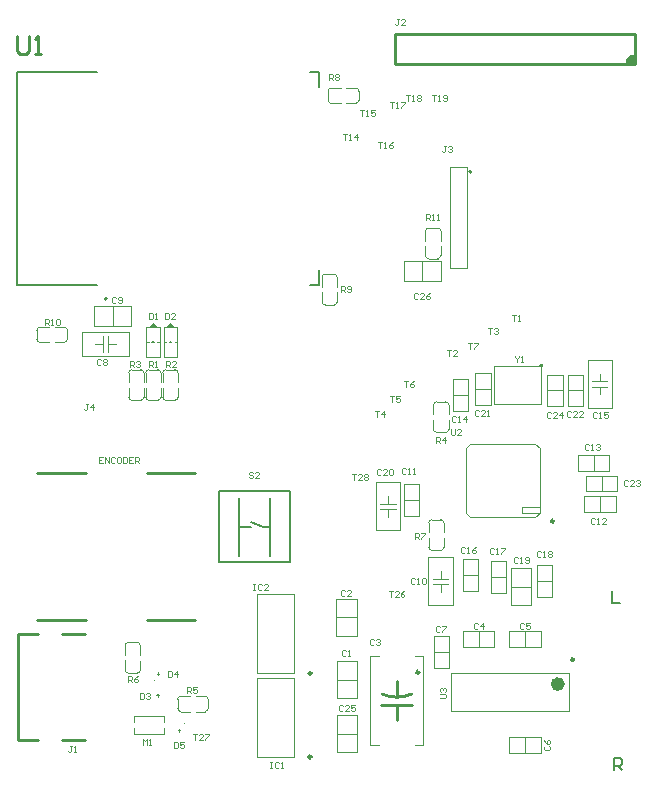
<source format=gbr>
%TF.GenerationSoftware,Altium Limited,Altium Designer,20.1.8 (145)*%
G04 Layer_Color=65535*
%FSLAX45Y45*%
%MOMM*%
%TF.SameCoordinates,75FC8B90-4BF3-40FB-8E76-FB7BBE10E466*%
%TF.FilePolarity,Positive*%
%TF.FileFunction,Legend,Top*%
%TF.Part,Single*%
G01*
G75*
%TA.AperFunction,NonConductor*%
%ADD61C,0.30000*%
%ADD62C,0.10160*%
%ADD63C,0.25000*%
%ADD64C,0.20000*%
%ADD65C,0.60000*%
%ADD66C,0.10000*%
%ADD67C,0.25400*%
%ADD68C,0.20320*%
%ADD69C,0.12700*%
G36*
X1176380Y3814380D02*
X1125580D01*
X1150980Y3839780D01*
X1176380Y3814380D01*
D02*
G37*
G36*
X1174094Y3665790D02*
X1127866D01*
X1150980Y3688904D01*
X1174094Y3665790D01*
D02*
G37*
G36*
X5230001Y6035500D02*
X5153801D01*
X5153799Y6073598D01*
X5191899Y6111698D01*
X5230001Y6111700D01*
Y6035500D01*
D02*
G37*
G36*
X1322330Y3814380D02*
X1271530D01*
X1296930Y3839780D01*
X1322330Y3814380D01*
D02*
G37*
G36*
X1320044Y3665790D02*
X1273816D01*
X1296930Y3688904D01*
X1320044Y3665790D01*
D02*
G37*
D61*
X4437560Y3479059D02*
G03*
X4437560Y3479059I-5000J0D01*
G01*
D62*
X1361930Y3417521D02*
G03*
X1334430Y3445022I-27500J0D01*
G01*
X1259430D02*
G03*
X1231930Y3417521I0J-27500D01*
G01*
X1334430Y3185022D02*
G03*
X1361930Y3212522I-0J27500D01*
G01*
X1231930D02*
G03*
X1259430Y3185022I27500J0D01*
G01*
X942280Y3212521D02*
G03*
X969780Y3185021I27500J0D01*
G01*
X1044780D02*
G03*
X1072280Y3212521I-0J27500D01*
G01*
X969780Y3445021D02*
G03*
X942280Y3417521I0J-27500D01*
G01*
X1072280D02*
G03*
X1044780Y3445021I-27500J0D01*
G01*
X1215980Y3417521D02*
G03*
X1188480Y3445022I-27500J0D01*
G01*
X1113480D02*
G03*
X1085980Y3417521I0J-27500D01*
G01*
X1188480Y3185022D02*
G03*
X1215980Y3212522I-0J27500D01*
G01*
X1085980D02*
G03*
X1113480Y3185022I27500J0D01*
G01*
X3523601Y2940165D02*
G03*
X3551101Y2912665I27500J0D01*
G01*
X3626101D02*
G03*
X3653601Y2940165I-0J27500D01*
G01*
X3551101Y3172665D02*
G03*
X3523601Y3145165I0J-27500D01*
G01*
X3653601D02*
G03*
X3626101Y3172665I-27500J0D01*
G01*
X2710145Y4224957D02*
G03*
X2682645Y4252457I-27500J0D01*
G01*
X2607645D02*
G03*
X2580145Y4224957I0J-27500D01*
G01*
X2682645Y3992457D02*
G03*
X2710145Y4019957I-0J27500D01*
G01*
X2580145D02*
G03*
X2607645Y3992457I27500J0D01*
G01*
X1384900Y679296D02*
G03*
X1357400Y651797I0J-27500D01*
G01*
Y576796D02*
G03*
X1384900Y549297I27500J0D01*
G01*
X1617400Y651797D02*
G03*
X1589900Y679296I-27500J-0D01*
G01*
Y549297D02*
G03*
X1617400Y576796I0J27500D01*
G01*
X912900Y902680D02*
G03*
X940400Y875180I27500J0D01*
G01*
X1015400D02*
G03*
X1042900Y902680I-0J27500D01*
G01*
X940400Y1135180D02*
G03*
X912900Y1107680I0J-27500D01*
G01*
X1042900D02*
G03*
X1015400Y1135180I-27500J0D01*
G01*
X3612961Y2146840D02*
G03*
X3585461Y2174340I-27500J0D01*
G01*
X3510461D02*
G03*
X3482961Y2146840I0J-27500D01*
G01*
X3585461Y1914340D02*
G03*
X3612961Y1941840I-0J27500D01*
G01*
X3482961D02*
G03*
X3510461Y1914340I27500J0D01*
G01*
X2863870Y5698220D02*
G03*
X2891370Y5725720I0J27500D01*
G01*
Y5800720D02*
G03*
X2863870Y5828220I-27500J-0D01*
G01*
X2631370Y5725720D02*
G03*
X2658870Y5698220I27500J0D01*
G01*
Y5828220D02*
G03*
X2631370Y5800720I0J-27500D01*
G01*
X192500Y3804200D02*
G03*
X165000Y3776700I0J-27500D01*
G01*
Y3701700D02*
G03*
X192500Y3674200I27500J0D01*
G01*
X425000Y3776700D02*
G03*
X397500Y3804200I-27500J-0D01*
G01*
Y3674200D02*
G03*
X425000Y3701700I0J27500D01*
G01*
X3585658Y4615960D02*
G03*
X3558158Y4643460I-27500J0D01*
G01*
X3483158D02*
G03*
X3455659Y4615960I0J-27500D01*
G01*
X3558158Y4383460D02*
G03*
X3585658Y4410960I-0J27500D01*
G01*
X3455659D02*
G03*
X3483158Y4383460I27500J0D01*
G01*
X4432560Y3154059D02*
Y3479059D01*
X4032560Y3154059D02*
X4432560D01*
X4032560D02*
Y3479059D01*
X4432560D01*
X4488801Y3400879D02*
X4618801D01*
X4488801Y3135879D02*
Y3400879D01*
Y3135879D02*
X4618801D01*
Y3400879D01*
X4488801Y3268379D02*
X4618801D01*
X5080741Y2413700D02*
Y2543700D01*
X4815741D02*
X5080741D01*
X4815741Y2413700D02*
Y2543700D01*
Y2413700D02*
X5080741D01*
X4948241D02*
Y2543700D01*
X4658981Y3400879D02*
X4788981D01*
X4658981Y3135879D02*
Y3400879D01*
Y3135879D02*
X4788981D01*
Y3400879D01*
X4658981Y3268379D02*
X4788981D01*
X3879201Y3413580D02*
X4009201D01*
X3879201Y3148580D02*
Y3413580D01*
Y3148580D02*
X4009201D01*
Y3413580D01*
X3879201Y3281080D02*
X4009201D01*
X4398001Y1521580D02*
X4528001D01*
Y1786580D01*
X4398001D02*
X4528001D01*
X4398001Y1521580D02*
Y1786580D01*
Y1654080D02*
X4528001D01*
X4009881Y1556660D02*
X4139881D01*
Y1821661D01*
X4009881D02*
X4139881D01*
X4009881Y1556660D02*
Y1821661D01*
Y1689160D02*
X4139881D01*
X3771781Y1573800D02*
X3901781D01*
Y1838800D01*
X3771781D02*
X3901781D01*
X3771781Y1573800D02*
Y1838800D01*
Y1706300D02*
X3901781D01*
X3686161Y3362780D02*
X3816161D01*
X3686161Y3097780D02*
Y3362780D01*
Y3097780D02*
X3816161D01*
Y3362780D01*
X3686161Y3230280D02*
X3816161D01*
X5013281Y2588780D02*
Y2718780D01*
X4748281D02*
X5013281D01*
X4748281Y2588780D02*
Y2718780D01*
Y2588780D02*
X5013281D01*
X4880781D02*
Y2718780D01*
X5066141Y2240210D02*
Y2370210D01*
X4801141D02*
X5066141D01*
X4801141Y2240210D02*
Y2370210D01*
Y2240210D02*
X5066141D01*
X4933641D02*
Y2370210D01*
X3274005Y2208580D02*
X3404005D01*
Y2473581D01*
X3274005D02*
X3404005D01*
X3274005Y2208580D02*
Y2473581D01*
Y2341080D02*
X3404005D01*
X1331930Y3677220D02*
X1355350D01*
X1238510D02*
X1261930D01*
X1271530Y3814380D02*
X1322330D01*
X1271530D02*
X1296930Y3839780D01*
X1322330Y3814380D01*
X1238510Y3801680D02*
X1355350D01*
X1238510Y3552760D02*
Y3801680D01*
X1355350Y3552760D02*
Y3801680D01*
X1238510Y3552760D02*
X1355350D01*
X1185980Y3677220D02*
X1209400D01*
X1092560D02*
X1115980D01*
X1125580Y3814380D02*
X1176380D01*
X1125580D02*
X1150980Y3839780D01*
X1176380Y3814380D01*
X1092560Y3801680D02*
X1209400D01*
X1092560Y3552760D02*
Y3801680D01*
X1209400Y3552760D02*
Y3801680D01*
X1092560Y3552760D02*
X1209400D01*
X1231930Y3338782D02*
Y3417522D01*
X1259430Y3445022D02*
X1334430D01*
X1361930Y3337522D02*
Y3417521D01*
X1231930Y3212522D02*
Y3291262D01*
X1259430Y3185022D02*
X1334430D01*
X1361930Y3212522D02*
Y3292521D01*
X1072280Y3212521D02*
Y3291261D01*
X969780Y3185021D02*
X1044780D01*
X942280Y3212521D02*
Y3292521D01*
X1072280Y3338781D02*
Y3417521D01*
X969780Y3445021D02*
X1044780D01*
X942280Y3337521D02*
Y3417521D01*
X1085980Y3338782D02*
Y3417522D01*
X1113480Y3445022D02*
X1188480D01*
X1215980Y3337522D02*
Y3417521D01*
X1085980Y3212522D02*
Y3291262D01*
X1113480Y3185022D02*
X1188480D01*
X1215980Y3212522D02*
Y3292521D01*
X3653601Y2940165D02*
Y3018905D01*
X3551101Y2912665D02*
X3626101D01*
X3523601Y2940165D02*
Y3020165D01*
X3653601Y3066425D02*
Y3145165D01*
X3551101Y3172665D02*
X3626101D01*
X3523601Y3065165D02*
Y3145165D01*
X4271781Y2278700D02*
X4421781D01*
X4271781Y2228700D02*
Y2278700D01*
Y2228700D02*
X4421781D01*
X3801781Y2778700D02*
X3836781Y2813700D01*
X4386781D02*
X4421781Y2778700D01*
X3801781Y2228700D02*
X3836781Y2193700D01*
X4386781D02*
X4421781Y2228700D01*
X3836781Y2813700D02*
X4386781D01*
X3836781Y2193700D02*
X4386781D01*
X3801781Y2228700D02*
Y2778700D01*
X4421781Y2228700D02*
Y2778700D01*
X4829761Y3120759D02*
Y3525759D01*
X5034761Y3120759D02*
Y3525759D01*
X4829761Y3120759D02*
X5034761D01*
X4829761Y3525759D02*
X5034761D01*
X4867261Y3300759D02*
X4997261D01*
X4932261Y3345759D02*
Y3410759D01*
Y3235759D02*
Y3300759D01*
X4867261Y3345759D02*
X4997261D01*
X2580145Y4146217D02*
Y4224957D01*
X2607645Y4252457D02*
X2682645D01*
X2710145Y4144957D02*
Y4224957D01*
X2580145Y4019957D02*
Y4098697D01*
X2607645Y3992457D02*
X2682645D01*
X2710145Y4019957D02*
Y4099957D01*
X3663800Y4308460D02*
Y5158460D01*
X3803800D01*
Y4308460D02*
Y5158460D01*
X3663800Y4308460D02*
X3803800D01*
X991020Y361293D02*
Y411293D01*
Y361293D02*
X1241020D01*
Y411293D01*
X991020Y461293D02*
Y511293D01*
X1241020D01*
Y461293D02*
Y511293D01*
X3670920Y877082D02*
X4670920D01*
X3670920Y557082D02*
X4670920D01*
Y877082D01*
X3670920Y557082D02*
Y877082D01*
X2031621Y836200D02*
X2341621D01*
X2031621Y166200D02*
X2341621D01*
X2031621D02*
Y836200D01*
X2341621Y166200D02*
Y836200D01*
X2031621Y1543100D02*
X2341621D01*
X2031621Y873100D02*
X2341621D01*
X2031621D02*
Y1543100D01*
X2341621Y873100D02*
Y1543100D01*
X1191260Y699029D02*
X1201420Y686329D01*
X1178560D02*
X1201420D01*
X1178560D02*
X1191260Y699029D01*
Y671089D02*
Y699029D01*
X1181100Y867200D02*
X1191260Y854500D01*
X1181100Y867200D02*
X1203960D01*
X1191260Y854500D02*
X1203960Y867200D01*
X1191260Y854500D02*
Y882440D01*
X1371600Y404033D02*
X1381760Y391333D01*
X1358900D02*
X1381760D01*
X1358900D02*
X1371600Y404033D01*
Y376093D02*
Y404033D01*
X1384900Y549296D02*
X1463640D01*
X1357400Y576796D02*
Y651797D01*
X1384900Y679297D02*
X1464900D01*
X1511160Y549296D02*
X1589900D01*
X1617400Y576796D02*
Y651797D01*
X1509900Y679297D02*
X1589900D01*
X1042900Y902680D02*
Y981420D01*
X940400Y875180D02*
X1015400D01*
X912900Y902680D02*
Y982680D01*
X1042900Y1028940D02*
Y1107680D01*
X940400Y1135180D02*
X1015400D01*
X912900Y1027680D02*
Y1107680D01*
X3482961Y2068101D02*
Y2146841D01*
X3510461Y2174340D02*
X3585461D01*
X3612961Y2066840D02*
Y2146840D01*
X3482961Y1941840D02*
Y2020580D01*
X3510461Y1914340D02*
X3585461D01*
X3612961Y1941840D02*
Y2021840D01*
X2785130Y5828220D02*
X2863870D01*
X2891370Y5725720D02*
Y5800720D01*
X2783870Y5698220D02*
X2863870D01*
X2658870Y5828220D02*
X2737610D01*
X2631370Y5725720D02*
Y5800720D01*
X2658870Y5698220D02*
X2738870D01*
X192500Y3674200D02*
X271240D01*
X165000Y3701700D02*
Y3776700D01*
X192500Y3804200D02*
X272500D01*
X318760Y3674200D02*
X397500D01*
X425000Y3701700D02*
Y3776700D01*
X317500Y3804200D02*
X397500D01*
X3455658Y4537220D02*
Y4615960D01*
X3483158Y4643460D02*
X3558158D01*
X3585659Y4535960D02*
Y4615960D01*
X3455658Y4410960D02*
Y4489700D01*
X3483158Y4383460D02*
X3558158D01*
X3585659Y4410960D02*
Y4490960D01*
X2988100Y265480D02*
X3060520D01*
X2988100Y1015480D02*
X3060520D01*
X3365680Y265480D02*
X3438100D01*
X3365680Y1015480D02*
X3438100D01*
X2988100Y265480D02*
Y1015480D01*
X3438100Y265480D02*
Y1015480D01*
X544980Y3560020D02*
X949980D01*
X544980Y3765020D02*
X949980D01*
Y3560020D02*
Y3765020D01*
X544980Y3560020D02*
Y3765020D01*
X769980Y3597520D02*
Y3727520D01*
X659980Y3662520D02*
X724980D01*
X769980D02*
X834980D01*
X724981Y3597520D02*
Y3727520D01*
X3686021Y1448920D02*
Y1853920D01*
X3481021Y1448920D02*
Y1853920D01*
X3686021D01*
X3481021Y1448920D02*
X3686021D01*
X3518521Y1673920D02*
X3648521D01*
X3583521Y1563920D02*
Y1628920D01*
Y1673920D02*
Y1738920D01*
X3518521Y1628921D02*
X3648521D01*
X3242243Y2083700D02*
Y2488700D01*
X3037243Y2083700D02*
Y2488700D01*
X3242243D01*
X3037243Y2083700D02*
X3242243D01*
X3074743Y2308700D02*
X3204743D01*
X3139743Y2198700D02*
Y2263700D01*
Y2308700D02*
Y2373700D01*
X3074743Y2263701D02*
X3204743D01*
X2703002Y663821D02*
X2875502D01*
X2703002D02*
Y976321D01*
X2875502D01*
Y663821D02*
Y976321D01*
X2703002Y818821D02*
X2875502D01*
X2700501Y1505480D02*
X2873001D01*
Y1192980D02*
Y1505480D01*
X2700501Y1192980D02*
X2873001D01*
X2700501D02*
Y1505480D01*
Y1350480D02*
X2873001D01*
X962440Y3811480D02*
Y3983980D01*
X649940Y3811480D02*
X962440D01*
X649940D02*
Y3983980D01*
X962440D01*
X807440Y3811480D02*
Y3983980D01*
X4179761Y1761300D02*
X4352261D01*
Y1448800D02*
Y1761300D01*
X4179761Y1448800D02*
X4352261D01*
X4179761D02*
Y1761300D01*
Y1606300D02*
X4352261D01*
X2703001Y203820D02*
X2875501D01*
X2703001D02*
Y516320D01*
X2875501D01*
Y203820D02*
Y516320D01*
X2703001Y358820D02*
X2875501D01*
X3271800Y4192500D02*
Y4365000D01*
X3584300D01*
Y4192500D02*
Y4365000D01*
X3271800Y4192500D02*
X3584300D01*
X3426800D02*
Y4365000D01*
X3772920Y1099222D02*
Y1229222D01*
Y1099222D02*
X4037920D01*
Y1229222D01*
X3772920D02*
X4037920D01*
X3905420Y1099222D02*
Y1229222D01*
X4431920Y1099222D02*
Y1229222D01*
X4166920D02*
X4431920D01*
X4166920Y1099222D02*
Y1229222D01*
Y1099222D02*
X4431920D01*
X4299420D02*
Y1229222D01*
X4431920Y201921D02*
Y331921D01*
X4166920D02*
X4431920D01*
X4166920Y201921D02*
Y331921D01*
Y201921D02*
X4431920D01*
X4299420D02*
Y331921D01*
X3525020Y1185444D02*
X3655020D01*
X3525020Y920443D02*
Y1185444D01*
Y920443D02*
X3655020D01*
Y1185444D01*
X3525020Y1052944D02*
X3655020D01*
X2836676Y2556529D02*
X2870531D01*
X2853604D01*
Y2505745D01*
X2921315D02*
X2887459D01*
X2921315Y2539601D01*
Y2548065D01*
X2912851Y2556529D01*
X2895923D01*
X2887459Y2548065D01*
X2938243D02*
X2946707Y2556529D01*
X2963635D01*
X2972098Y2548065D01*
Y2539601D01*
X2963635Y2531137D01*
X2972098Y2522673D01*
Y2514209D01*
X2963635Y2505745D01*
X2946707D01*
X2938243Y2514209D01*
Y2522673D01*
X2946707Y2531137D01*
X2938243Y2539601D01*
Y2548065D01*
X2946707Y2531137D02*
X2963635D01*
X1486865Y359274D02*
X1520721D01*
X1503793D01*
Y308491D01*
X1571504D02*
X1537649D01*
X1571504Y342347D01*
Y350811D01*
X1563041Y359274D01*
X1546113D01*
X1537649Y350811D01*
X1588432Y359274D02*
X1622288D01*
Y350811D01*
X1588432Y316955D01*
Y308491D01*
X3143197Y1572728D02*
X3177053D01*
X3160125D01*
Y1521944D01*
X3227836D02*
X3193981D01*
X3227836Y1555800D01*
Y1564264D01*
X3219373Y1572728D01*
X3202445D01*
X3193981Y1564264D01*
X3278620Y1572728D02*
X3261692Y1564264D01*
X3244764Y1547336D01*
Y1530408D01*
X3253228Y1521944D01*
X3270156D01*
X3278620Y1530408D01*
Y1538872D01*
X3270156Y1547336D01*
X3244764D01*
X3510052Y5765532D02*
X3543907D01*
X3526979D01*
Y5714749D01*
X3560835D02*
X3577763D01*
X3569299D01*
Y5765532D01*
X3560835Y5757068D01*
X3603155Y5723213D02*
X3611619Y5714749D01*
X3628547D01*
X3637011Y5723213D01*
Y5757068D01*
X3628547Y5765532D01*
X3611619D01*
X3603155Y5757068D01*
Y5748604D01*
X3611619Y5740141D01*
X3637011D01*
X3295269Y5772360D02*
X3329125D01*
X3312197D01*
Y5721576D01*
X3346053D02*
X3362981D01*
X3354517D01*
Y5772360D01*
X3346053Y5763896D01*
X3388372D02*
X3396836Y5772360D01*
X3413764D01*
X3422228Y5763896D01*
Y5755432D01*
X3413764Y5746968D01*
X3422228Y5738504D01*
Y5730040D01*
X3413764Y5721576D01*
X3396836D01*
X3388372Y5730040D01*
Y5738504D01*
X3396836Y5746968D01*
X3388372Y5755432D01*
Y5763896D01*
X3396836Y5746968D02*
X3413764D01*
X3152989Y5710538D02*
X3186844D01*
X3169916D01*
Y5659755D01*
X3203772D02*
X3220700D01*
X3212236D01*
Y5710538D01*
X3203772Y5702074D01*
X3246092Y5710538D02*
X3279947D01*
Y5702074D01*
X3246092Y5668219D01*
Y5659755D01*
X3053900Y5373027D02*
X3087756D01*
X3070828D01*
Y5322243D01*
X3104684D02*
X3121611D01*
X3113148D01*
Y5373027D01*
X3104684Y5364563D01*
X3180859Y5373027D02*
X3163931Y5364563D01*
X3147003Y5347635D01*
Y5330707D01*
X3155467Y5322243D01*
X3172395D01*
X3180859Y5330707D01*
Y5339171D01*
X3172395Y5347635D01*
X3147003D01*
X2903841Y5646448D02*
X2937697D01*
X2920769D01*
Y5595664D01*
X2954625D02*
X2971552D01*
X2963089D01*
Y5646448D01*
X2954625Y5637984D01*
X3030800Y5646448D02*
X2996944D01*
Y5621056D01*
X3013872Y5629520D01*
X3022336D01*
X3030800Y5621056D01*
Y5604128D01*
X3022336Y5595664D01*
X3005408D01*
X2996944Y5604128D01*
X2759021Y5437998D02*
X2792876D01*
X2775948D01*
Y5387215D01*
X2809804D02*
X2826732D01*
X2818268D01*
Y5437998D01*
X2809804Y5429534D01*
X2877516Y5387215D02*
Y5437998D01*
X2852124Y5412607D01*
X2885979D01*
X3815610Y3669979D02*
X3849466D01*
X3832538D01*
Y3619196D01*
X3866394Y3669979D02*
X3900250D01*
Y3661516D01*
X3866394Y3627660D01*
Y3619196D01*
X3277811Y3345877D02*
X3311666D01*
X3294738D01*
Y3295094D01*
X3362450Y3345877D02*
X3345522Y3337413D01*
X3328594Y3320486D01*
Y3303558D01*
X3337058Y3295094D01*
X3353986D01*
X3362450Y3303558D01*
Y3312022D01*
X3353986Y3320486D01*
X3328594D01*
X3155195Y3220046D02*
X3189051D01*
X3172123D01*
Y3169262D01*
X3239834Y3220046D02*
X3205979D01*
Y3194654D01*
X3222906Y3203118D01*
X3231370D01*
X3239834Y3194654D01*
Y3177726D01*
X3231370Y3169262D01*
X3214443D01*
X3205979Y3177726D01*
X3025086Y3094217D02*
X3058942D01*
X3042014D01*
Y3043433D01*
X3101262D02*
Y3094217D01*
X3075870Y3068825D01*
X3109725D01*
X3989285Y3795008D02*
X4023141D01*
X4006213D01*
Y3744225D01*
X4040069Y3786545D02*
X4048533Y3795008D01*
X4065461D01*
X4073925Y3786545D01*
Y3778081D01*
X4065461Y3769617D01*
X4056997D01*
X4065461D01*
X4073925Y3761153D01*
Y3752689D01*
X4065461Y3744225D01*
X4048533D01*
X4040069Y3752689D01*
X3636201Y3613465D02*
X3670057D01*
X3653129D01*
Y3562682D01*
X3720840D02*
X3686984D01*
X3720840Y3596538D01*
Y3605002D01*
X3712376Y3613465D01*
X3695449D01*
X3686984Y3605002D01*
X4190631Y3907309D02*
X4224486D01*
X4207559D01*
Y3856525D01*
X4241414D02*
X4258342D01*
X4249878D01*
Y3907309D01*
X4241414Y3898845D01*
X3676256Y2938029D02*
Y2895709D01*
X3684720Y2887245D01*
X3701648D01*
X3710111Y2895709D01*
Y2938029D01*
X3760895Y2887245D02*
X3727039D01*
X3760895Y2921101D01*
Y2929565D01*
X3752431Y2938029D01*
X3735503D01*
X3727039Y2929565D01*
X596516Y3155392D02*
X579589D01*
X588053D01*
Y3113073D01*
X579589Y3104609D01*
X571125D01*
X562661Y3113073D01*
X638836Y3104609D02*
Y3155392D01*
X613444Y3130001D01*
X647300D01*
X3459739Y4710660D02*
Y4761443D01*
X3485131D01*
X3493595Y4752979D01*
Y4736051D01*
X3485131Y4727587D01*
X3459739D01*
X3476667D02*
X3493595Y4710660D01*
X3510523D02*
X3527450D01*
X3518987D01*
Y4761443D01*
X3510523Y4752979D01*
X3552842Y4710660D02*
X3569770D01*
X3561306D01*
Y4761443D01*
X3552842Y4752979D01*
X3392944Y4086928D02*
X3384481Y4095392D01*
X3367553D01*
X3359089Y4086928D01*
Y4053072D01*
X3367553Y4044608D01*
X3384481D01*
X3392944Y4053072D01*
X3443728Y4044608D02*
X3409872D01*
X3443728Y4078464D01*
Y4086928D01*
X3435264Y4095392D01*
X3418336D01*
X3409872Y4086928D01*
X3494511Y4095392D02*
X3477584Y4086928D01*
X3460656Y4070000D01*
Y4053072D01*
X3469120Y4044608D01*
X3486048D01*
X3494511Y4053072D01*
Y4061536D01*
X3486048Y4070000D01*
X3460656D01*
X3628336Y5335392D02*
X3611408D01*
X3619872D01*
Y5293072D01*
X3611408Y5284608D01*
X3602945D01*
X3594480Y5293072D01*
X3645264Y5326928D02*
X3653728Y5335392D01*
X3670656D01*
X3679120Y5326928D01*
Y5318464D01*
X3670656Y5310000D01*
X3662192D01*
X3670656D01*
X3679120Y5301536D01*
Y5293072D01*
X3670656Y5284608D01*
X3653728D01*
X3645264Y5293072D01*
X237312Y3822534D02*
Y3873318D01*
X262704D01*
X271168Y3864854D01*
Y3847926D01*
X262704Y3839462D01*
X237312D01*
X254240D02*
X271168Y3822534D01*
X288096D02*
X305024D01*
X296560D01*
Y3873318D01*
X288096Y3864854D01*
X330416D02*
X338880Y3873318D01*
X355808D01*
X364271Y3864854D01*
Y3830998D01*
X355808Y3822534D01*
X338880D01*
X330416Y3830998D01*
Y3864854D01*
X2739512Y4103283D02*
Y4154067D01*
X2764904D01*
X2773368Y4145603D01*
Y4128675D01*
X2764904Y4120211D01*
X2739512D01*
X2756440D02*
X2773368Y4103283D01*
X2790295Y4111747D02*
X2798759Y4103283D01*
X2815687D01*
X2824151Y4111747D01*
Y4145603D01*
X2815687Y4154067D01*
X2798759D01*
X2790295Y4145603D01*
Y4137139D01*
X2798759Y4128675D01*
X2824151D01*
X2636779Y5895280D02*
Y5946063D01*
X2662171D01*
X2670635Y5937599D01*
Y5920671D01*
X2662171Y5912207D01*
X2636779D01*
X2653707D02*
X2670635Y5895280D01*
X2687563Y5937599D02*
X2696027Y5946063D01*
X2712954D01*
X2721418Y5937599D01*
Y5929135D01*
X2712954Y5920671D01*
X2721418Y5912207D01*
Y5903744D01*
X2712954Y5895280D01*
X2696027D01*
X2687563Y5903744D01*
Y5912207D01*
X2696027Y5920671D01*
X2687563Y5929135D01*
Y5937599D01*
X2696027Y5920671D02*
X2712954D01*
X3368901Y2009148D02*
Y2059932D01*
X3394292D01*
X3402756Y2051468D01*
Y2034540D01*
X3394292Y2026076D01*
X3368901D01*
X3385828D02*
X3402756Y2009148D01*
X3419684Y2059932D02*
X3453540D01*
Y2051468D01*
X3419684Y2017612D01*
Y2009148D01*
X460000Y261292D02*
X443072D01*
X451536D01*
Y218972D01*
X443072Y210508D01*
X434608D01*
X426144Y218972D01*
X476928Y210508D02*
X493856D01*
X485392D01*
Y261292D01*
X476928Y252828D01*
X4218104Y3558532D02*
Y3550068D01*
X4235032Y3533140D01*
X4251960Y3550068D01*
Y3558532D01*
X4235032Y3533140D02*
Y3507748D01*
X4268888D02*
X4285816D01*
X4277352D01*
Y3558532D01*
X4268888Y3550068D01*
X3575568Y660302D02*
X3617888D01*
X3626352Y668766D01*
Y685694D01*
X3617888Y694158D01*
X3575568D01*
X3584032Y711086D02*
X3575568Y719550D01*
Y736478D01*
X3584032Y744941D01*
X3592496D01*
X3600960Y736478D01*
Y728014D01*
Y736478D01*
X3609424Y744941D01*
X3617888D01*
X3626352Y736478D01*
Y719550D01*
X3617888Y711086D01*
X1992896Y2568273D02*
X1984432Y2576737D01*
X1967504D01*
X1959040Y2568273D01*
Y2559809D01*
X1967504Y2551345D01*
X1984432D01*
X1992896Y2542881D01*
Y2534417D01*
X1984432Y2525953D01*
X1967504D01*
X1959040Y2534417D01*
X2043679Y2525953D02*
X2009824D01*
X2043679Y2559809D01*
Y2568273D01*
X2035215Y2576737D01*
X2018288D01*
X2009824Y2568273D01*
X935581Y796848D02*
Y847632D01*
X960972D01*
X969436Y839168D01*
Y822240D01*
X960972Y813776D01*
X935581D01*
X952508D02*
X969436Y796848D01*
X1020220Y847632D02*
X1003292Y839168D01*
X986364Y822240D01*
Y805312D01*
X994828Y796848D01*
X1011756D01*
X1020220Y805312D01*
Y813776D01*
X1011756Y822240D01*
X986364D01*
X1434285Y705779D02*
Y756563D01*
X1459677D01*
X1468141Y748099D01*
Y731171D01*
X1459677Y722707D01*
X1434285D01*
X1451213D02*
X1468141Y705779D01*
X1518924Y756563D02*
X1485069D01*
Y731171D01*
X1501996Y739635D01*
X1510461D01*
X1518924Y731171D01*
Y714243D01*
X1510461Y705779D01*
X1493533D01*
X1485069Y714243D01*
X3548541Y2825135D02*
Y2875919D01*
X3573932D01*
X3582396Y2867455D01*
Y2850527D01*
X3573932Y2842063D01*
X3548541D01*
X3565468D02*
X3582396Y2825135D01*
X3624716D02*
Y2875919D01*
X3599324Y2850527D01*
X3633180D01*
X958578Y3470275D02*
Y3521058D01*
X983970D01*
X992433Y3512594D01*
Y3495667D01*
X983970Y3487203D01*
X958578D01*
X975506D02*
X992433Y3470275D01*
X1009361Y3512594D02*
X1017825Y3521058D01*
X1034753D01*
X1043217Y3512594D01*
Y3504130D01*
X1034753Y3495667D01*
X1026289D01*
X1034753D01*
X1043217Y3487203D01*
Y3478739D01*
X1034753Y3470275D01*
X1017825D01*
X1009361Y3478739D01*
X1256753Y3470275D02*
Y3521058D01*
X1282145D01*
X1290609Y3512594D01*
Y3495667D01*
X1282145Y3487203D01*
X1256753D01*
X1273681D02*
X1290609Y3470275D01*
X1341393D02*
X1307537D01*
X1341393Y3504130D01*
Y3512594D01*
X1332929Y3521058D01*
X1316001D01*
X1307537Y3512594D01*
X1117548Y3468860D02*
Y3519644D01*
X1142940D01*
X1151403Y3511180D01*
Y3494252D01*
X1142940Y3485788D01*
X1117548D01*
X1134476D02*
X1151403Y3468860D01*
X1168331D02*
X1185259D01*
X1176795D01*
Y3519644D01*
X1168331Y3511180D01*
X1066144Y266782D02*
Y317565D01*
X1083072Y300637D01*
X1100000Y317565D01*
Y266782D01*
X1116928D02*
X1133856D01*
X1125392D01*
Y317565D01*
X1116928Y309101D01*
X3229536Y6414723D02*
X3212608D01*
X3221072D01*
Y6372404D01*
X3212608Y6363940D01*
X3204144D01*
X3195680Y6372404D01*
X3280319Y6363940D02*
X3246463D01*
X3280319Y6397795D01*
Y6406259D01*
X3271855Y6414723D01*
X3254927D01*
X3246463Y6406259D01*
X1992351Y1625446D02*
X2009279D01*
X2000815D01*
Y1574663D01*
X1992351D01*
X2009279D01*
X2068526Y1616982D02*
X2060062Y1625446D01*
X2043135D01*
X2034671Y1616982D01*
Y1583127D01*
X2043135Y1574663D01*
X2060062D01*
X2068526Y1583127D01*
X2119310Y1574663D02*
X2085454D01*
X2119310Y1608518D01*
Y1616982D01*
X2110846Y1625446D01*
X2093918D01*
X2085454Y1616982D01*
X2136942Y120368D02*
X2153870D01*
X2145406D01*
Y69585D01*
X2136942D01*
X2153870D01*
X2213117Y111904D02*
X2204654Y120368D01*
X2187726D01*
X2179262Y111904D01*
Y78049D01*
X2187726Y69585D01*
X2204654D01*
X2213117Y78049D01*
X2230045Y69585D02*
X2246973D01*
X2238509D01*
Y120368D01*
X2230045Y111904D01*
X723097Y2707632D02*
X689242D01*
Y2656848D01*
X723097D01*
X689242Y2682240D02*
X706170D01*
X740025Y2656848D02*
Y2707632D01*
X773881Y2656848D01*
Y2707632D01*
X824664Y2699168D02*
X816201Y2707632D01*
X799273D01*
X790809Y2699168D01*
Y2665312D01*
X799273Y2656848D01*
X816201D01*
X824664Y2665312D01*
X866984Y2707632D02*
X850056D01*
X841592Y2699168D01*
Y2665312D01*
X850056Y2656848D01*
X866984D01*
X875448Y2665312D01*
Y2699168D01*
X866984Y2707632D01*
X892376D02*
Y2656848D01*
X917768D01*
X926231Y2665312D01*
Y2699168D01*
X917768Y2707632D01*
X892376D01*
X977015D02*
X943159D01*
Y2656848D01*
X977015D01*
X943159Y2682240D02*
X960087D01*
X993943Y2656848D02*
Y2707632D01*
X1019335D01*
X1027798Y2699168D01*
Y2682240D01*
X1019335Y2673776D01*
X993943D01*
X1010870D02*
X1027798Y2656848D01*
X1328467Y289207D02*
Y238423D01*
X1353859D01*
X1362322Y246887D01*
Y280743D01*
X1353859Y289207D01*
X1328467D01*
X1413106D02*
X1379250D01*
Y263815D01*
X1396178Y272279D01*
X1404642D01*
X1413106Y263815D01*
Y246887D01*
X1404642Y238423D01*
X1387714D01*
X1379250Y246887D01*
X1276881Y891292D02*
Y840508D01*
X1302272D01*
X1310736Y848972D01*
Y882828D01*
X1302272Y891292D01*
X1276881D01*
X1353056Y840508D02*
Y891292D01*
X1327664Y865900D01*
X1361520D01*
X1042953Y706668D02*
Y655885D01*
X1068345D01*
X1076809Y664349D01*
Y698204D01*
X1068345Y706668D01*
X1042953D01*
X1093737Y698204D02*
X1102201Y706668D01*
X1119129D01*
X1127593Y698204D01*
Y689740D01*
X1119129Y681277D01*
X1110665D01*
X1119129D01*
X1127593Y672812D01*
Y664349D01*
X1119129Y655885D01*
X1102201D01*
X1093737Y664349D01*
X1249373Y3927170D02*
Y3876386D01*
X1274765D01*
X1283229Y3884850D01*
Y3918706D01*
X1274765Y3927170D01*
X1249373D01*
X1334012Y3876386D02*
X1300157D01*
X1334012Y3910242D01*
Y3918706D01*
X1325549Y3927170D01*
X1308621D01*
X1300157Y3918706D01*
X1113451Y3922984D02*
Y3872201D01*
X1138843D01*
X1147307Y3880665D01*
Y3914520D01*
X1138843Y3922984D01*
X1113451D01*
X1164235Y3872201D02*
X1181162D01*
X1172699D01*
Y3922984D01*
X1164235Y3914520D01*
X2758705Y600048D02*
X2750241Y608511D01*
X2733313D01*
X2724849Y600048D01*
Y566192D01*
X2733313Y557728D01*
X2750241D01*
X2758705Y566192D01*
X2809488Y557728D02*
X2775632D01*
X2809488Y591584D01*
Y600048D01*
X2801024Y608511D01*
X2784097D01*
X2775632Y600048D01*
X2860272Y608511D02*
X2826416D01*
Y583120D01*
X2843344Y591584D01*
X2851808D01*
X2860272Y583120D01*
Y566192D01*
X2851808Y557728D01*
X2834880D01*
X2826416Y566192D01*
X4518051Y3080705D02*
X4509587Y3089169D01*
X4492659D01*
X4484195Y3080705D01*
Y3046849D01*
X4492659Y3038385D01*
X4509587D01*
X4518051Y3046849D01*
X4568834Y3038385D02*
X4534979D01*
X4568834Y3072241D01*
Y3080705D01*
X4560371Y3089169D01*
X4543443D01*
X4534979Y3080705D01*
X4611154Y3038385D02*
Y3089169D01*
X4585762Y3063777D01*
X4619618D01*
X5171445Y2503967D02*
X5162981Y2512430D01*
X5146053D01*
X5137589Y2503967D01*
Y2470111D01*
X5146053Y2461647D01*
X5162981D01*
X5171445Y2470111D01*
X5222228Y2461647D02*
X5188372D01*
X5222228Y2495503D01*
Y2503967D01*
X5213764Y2512430D01*
X5196836D01*
X5188372Y2503967D01*
X5239156D02*
X5247620Y2512430D01*
X5264548D01*
X5273012Y2503967D01*
Y2495503D01*
X5264548Y2487039D01*
X5256084D01*
X5264548D01*
X5273012Y2478575D01*
Y2470111D01*
X5264548Y2461647D01*
X5247620D01*
X5239156Y2470111D01*
X4688572Y3082518D02*
X4680108Y3090981D01*
X4663181D01*
X4654717Y3082518D01*
Y3048662D01*
X4663181Y3040198D01*
X4680108D01*
X4688572Y3048662D01*
X4739356Y3040198D02*
X4705500D01*
X4739356Y3074054D01*
Y3082518D01*
X4730892Y3090981D01*
X4713964D01*
X4705500Y3082518D01*
X4790139Y3040198D02*
X4756284D01*
X4790139Y3074054D01*
Y3082518D01*
X4781675Y3090981D01*
X4764748D01*
X4756284Y3082518D01*
X3910522Y3093336D02*
X3902058Y3101800D01*
X3885131D01*
X3876667Y3093336D01*
Y3059480D01*
X3885131Y3051016D01*
X3902058D01*
X3910522Y3059480D01*
X3961306Y3051016D02*
X3927450D01*
X3961306Y3084872D01*
Y3093336D01*
X3952842Y3101800D01*
X3935914D01*
X3927450Y3093336D01*
X3978234Y3051016D02*
X3995161D01*
X3986698D01*
Y3101800D01*
X3978234Y3093336D01*
X3076616Y2597499D02*
X3068152Y2605963D01*
X3051224D01*
X3042760Y2597499D01*
Y2563644D01*
X3051224Y2555180D01*
X3068152D01*
X3076616Y2563644D01*
X3127399Y2555180D02*
X3093543D01*
X3127399Y2589035D01*
Y2597499D01*
X3118935Y2605963D01*
X3102008D01*
X3093543Y2597499D01*
X3144327D02*
X3152791Y2605963D01*
X3169719D01*
X3178183Y2597499D01*
Y2563644D01*
X3169719Y2555180D01*
X3152791D01*
X3144327Y2563644D01*
Y2597499D01*
X4237637Y1850121D02*
X4229173Y1858584D01*
X4212246D01*
X4203782Y1850121D01*
Y1816265D01*
X4212246Y1807801D01*
X4229173D01*
X4237637Y1816265D01*
X4254565Y1807801D02*
X4271493D01*
X4263029D01*
Y1858584D01*
X4254565Y1850121D01*
X4296885Y1816265D02*
X4305349Y1807801D01*
X4322277D01*
X4330740Y1816265D01*
Y1850121D01*
X4322277Y1858584D01*
X4305349D01*
X4296885Y1850121D01*
Y1841656D01*
X4305349Y1833193D01*
X4330740D01*
X4432428Y1900595D02*
X4423964Y1909059D01*
X4407037D01*
X4398573Y1900595D01*
Y1866740D01*
X4407037Y1858276D01*
X4423964D01*
X4432428Y1866740D01*
X4449356Y1858276D02*
X4466284D01*
X4457820D01*
Y1909059D01*
X4449356Y1900595D01*
X4491676D02*
X4500140Y1909059D01*
X4517068D01*
X4525531Y1900595D01*
Y1892131D01*
X4517068Y1883668D01*
X4525531Y1875204D01*
Y1866740D01*
X4517068Y1858276D01*
X4500140D01*
X4491676Y1866740D01*
Y1875204D01*
X4500140Y1883668D01*
X4491676Y1892131D01*
Y1900595D01*
X4500140Y1883668D02*
X4517068D01*
X4038207Y1926208D02*
X4029743Y1934672D01*
X4012815D01*
X4004351Y1926208D01*
Y1892353D01*
X4012815Y1883889D01*
X4029743D01*
X4038207Y1892353D01*
X4055135Y1883889D02*
X4072063D01*
X4063599D01*
Y1934672D01*
X4055135Y1926208D01*
X4097455Y1934672D02*
X4131310D01*
Y1926208D01*
X4097455Y1892353D01*
Y1883889D01*
X3789129Y1936247D02*
X3780665Y1944711D01*
X3763737D01*
X3755273Y1936247D01*
Y1902391D01*
X3763737Y1893927D01*
X3780665D01*
X3789129Y1902391D01*
X3806056Y1893927D02*
X3822984D01*
X3814520D01*
Y1944711D01*
X3806056Y1936247D01*
X3882232Y1944711D02*
X3865304Y1936247D01*
X3848376Y1919319D01*
Y1902391D01*
X3856840Y1893927D01*
X3873768D01*
X3882232Y1902391D01*
Y1910855D01*
X3873768Y1919319D01*
X3848376D01*
X4905819Y3077072D02*
X4897355Y3085536D01*
X4880427D01*
X4871963Y3077072D01*
Y3043216D01*
X4880427Y3034752D01*
X4897355D01*
X4905819Y3043216D01*
X4922747Y3034752D02*
X4939674D01*
X4931211D01*
Y3085536D01*
X4922747Y3077072D01*
X4998922Y3085536D02*
X4965066D01*
Y3060144D01*
X4981994Y3068608D01*
X4990458D01*
X4998922Y3060144D01*
Y3043216D01*
X4990458Y3034752D01*
X4973530D01*
X4965066Y3043216D01*
X3717229Y3046169D02*
X3708765Y3054633D01*
X3691837D01*
X3683373Y3046169D01*
Y3012314D01*
X3691837Y3003849D01*
X3708765D01*
X3717229Y3012314D01*
X3734157Y3003849D02*
X3751084D01*
X3742621D01*
Y3054633D01*
X3734157Y3046169D01*
X3801868Y3003849D02*
Y3054633D01*
X3776476Y3029241D01*
X3810332D01*
X4838234Y2809986D02*
X4829771Y2818450D01*
X4812843D01*
X4804379Y2809986D01*
Y2776130D01*
X4812843Y2767666D01*
X4829771D01*
X4838234Y2776130D01*
X4855162Y2767666D02*
X4872090D01*
X4863626D01*
Y2818450D01*
X4855162Y2809986D01*
X4897482D02*
X4905946Y2818450D01*
X4922874D01*
X4931338Y2809986D01*
Y2801522D01*
X4922874Y2793058D01*
X4914410D01*
X4922874D01*
X4931338Y2784594D01*
Y2776130D01*
X4922874Y2767666D01*
X4905946D01*
X4897482Y2776130D01*
X4890148Y2177457D02*
X4881684Y2185920D01*
X4864756D01*
X4856292Y2177457D01*
Y2143601D01*
X4864756Y2135137D01*
X4881684D01*
X4890148Y2143601D01*
X4907076Y2135137D02*
X4924004D01*
X4915540D01*
Y2185920D01*
X4907076Y2177457D01*
X4983251Y2135137D02*
X4949395D01*
X4983251Y2168993D01*
Y2177457D01*
X4974787Y2185920D01*
X4957860D01*
X4949395Y2177457D01*
X3289976Y2605119D02*
X3281512Y2613583D01*
X3264584D01*
X3256120Y2605119D01*
Y2571264D01*
X3264584Y2562800D01*
X3281512D01*
X3289976Y2571264D01*
X3306903Y2562800D02*
X3323831D01*
X3315368D01*
Y2613583D01*
X3306903Y2605119D01*
X3349223Y2562800D02*
X3366151D01*
X3357687D01*
Y2613583D01*
X3349223Y2605119D01*
X3364177Y1668348D02*
X3355713Y1676812D01*
X3338786D01*
X3330322Y1668348D01*
Y1634493D01*
X3338786Y1626029D01*
X3355713D01*
X3364177Y1634493D01*
X3381105Y1626029D02*
X3398033D01*
X3389569D01*
Y1676812D01*
X3381105Y1668348D01*
X3423425D02*
X3431889Y1676812D01*
X3448817D01*
X3457280Y1668348D01*
Y1634493D01*
X3448817Y1626029D01*
X3431889D01*
X3423425Y1634493D01*
Y1668348D01*
X832003Y4053285D02*
X823539Y4061749D01*
X806611D01*
X798147Y4053285D01*
Y4019430D01*
X806611Y4010966D01*
X823539D01*
X832003Y4019430D01*
X848931D02*
X857395Y4010966D01*
X874323D01*
X882786Y4019430D01*
Y4053285D01*
X874323Y4061749D01*
X857395D01*
X848931Y4053285D01*
Y4044821D01*
X857395Y4036357D01*
X882786D01*
X706276Y3526008D02*
X697813Y3534472D01*
X680885D01*
X672421Y3526008D01*
Y3492153D01*
X680885Y3483689D01*
X697813D01*
X706276Y3492153D01*
X723204Y3526008D02*
X731668Y3534472D01*
X748596D01*
X757060Y3526008D01*
Y3517544D01*
X748596Y3509081D01*
X757060Y3500617D01*
Y3492153D01*
X748596Y3483689D01*
X731668D01*
X723204Y3492153D01*
Y3500617D01*
X731668Y3509081D01*
X723204Y3517544D01*
Y3526008D01*
X731668Y3509081D02*
X748596D01*
X3581556Y1266066D02*
X3573093Y1274530D01*
X3556165D01*
X3547701Y1266066D01*
Y1232210D01*
X3556165Y1223746D01*
X3573093D01*
X3581556Y1232210D01*
X3598484Y1274530D02*
X3632340D01*
Y1266066D01*
X3598484Y1232210D01*
Y1223746D01*
X4472032Y258457D02*
X4463568Y249994D01*
Y233066D01*
X4472032Y224602D01*
X4505888D01*
X4514352Y233066D01*
Y249994D01*
X4505888Y258457D01*
X4463568Y309241D02*
X4472032Y292313D01*
X4488960Y275385D01*
X4505888D01*
X4514352Y283849D01*
Y300777D01*
X4505888Y309241D01*
X4497424D01*
X4488960Y300777D01*
Y275385D01*
X4290956Y1294211D02*
X4282492Y1302675D01*
X4265564D01*
X4257100Y1294211D01*
Y1260356D01*
X4265564Y1251892D01*
X4282492D01*
X4290956Y1260356D01*
X4341740Y1302675D02*
X4307884D01*
Y1277283D01*
X4324812Y1285747D01*
X4333276D01*
X4341740Y1277283D01*
Y1260356D01*
X4333276Y1251892D01*
X4316348D01*
X4307884Y1260356D01*
X3897856Y1294211D02*
X3889392Y1302675D01*
X3872464D01*
X3864000Y1294211D01*
Y1260356D01*
X3872464Y1251892D01*
X3889392D01*
X3897856Y1260356D01*
X3940176Y1251892D02*
Y1302675D01*
X3914784Y1277283D01*
X3948639D01*
X3018615Y1152239D02*
X3010151Y1160703D01*
X2993223D01*
X2984759Y1152239D01*
Y1118384D01*
X2993223Y1109920D01*
X3010151D01*
X3018615Y1118384D01*
X3035543Y1152239D02*
X3044007Y1160703D01*
X3060934D01*
X3069398Y1152239D01*
Y1143775D01*
X3060934Y1135311D01*
X3052470D01*
X3060934D01*
X3069398Y1126847D01*
Y1118384D01*
X3060934Y1109920D01*
X3044007D01*
X3035543Y1118384D01*
X2773636Y1574010D02*
X2765172Y1582473D01*
X2748244D01*
X2739780Y1574010D01*
Y1540154D01*
X2748244Y1531690D01*
X2765172D01*
X2773636Y1540154D01*
X2824419Y1531690D02*
X2790564D01*
X2824419Y1565546D01*
Y1574010D01*
X2815956Y1582473D01*
X2799028D01*
X2790564Y1574010D01*
X2783840Y1058328D02*
X2775376Y1066792D01*
X2758448D01*
X2749984Y1058328D01*
Y1024472D01*
X2758448Y1016008D01*
X2775376D01*
X2783840Y1024472D01*
X2800768Y1016008D02*
X2817696D01*
X2809232D01*
Y1066792D01*
X2800768Y1058328D01*
D63*
X4544281Y2161200D02*
G03*
X4544281Y2161200I-12500J0D01*
G01*
X4712920Y989582D02*
G03*
X4712920Y989582I-12500J0D01*
G01*
X2491621Y166200D02*
G03*
X2491621Y166200I-12500J0D01*
G01*
Y873100D02*
G03*
X2491621Y873100I-12500J0D01*
G01*
X3403400Y881780D02*
G03*
X3403400Y881780I-12500J0D01*
G01*
D64*
X3843800Y5118460D02*
G03*
X3843800Y5118460I-10000J0D01*
G01*
X760280Y4044720D02*
G03*
X760280Y4044720I-10000J0D01*
G01*
X2311680Y1816080D02*
Y2416080D01*
X1711680D02*
X2311680D01*
X1711680Y1816080D02*
X2311680D01*
D65*
X4605840Y782002D02*
G03*
X4605840Y782002I-30000J0D01*
G01*
D66*
X1233640Y741289D02*
G03*
X1233640Y741289I-5000J0D01*
G01*
X1158880Y812240D02*
G03*
X1158880Y812240I-5000J0D01*
G01*
X1413980Y446293D02*
G03*
X1413980Y446293I-5000J0D01*
G01*
D67*
X3086315Y698590D02*
G03*
X3339885Y698590I126785J271892D01*
G01*
X375849Y306283D02*
X577139D01*
X4994D02*
X174137D01*
X375849Y1206284D02*
X577139D01*
X4994D02*
X174137D01*
X4994Y306283D02*
Y1206284D01*
X3083100Y607979D02*
X3343100D01*
X3213100Y670480D02*
Y805480D01*
Y477980D02*
Y607979D01*
X1098200Y2568180D02*
X1508200D01*
X168200D02*
X578200D01*
X1098200Y1328180D02*
X1508200D01*
X168200D02*
X578200D01*
X3198001Y6035500D02*
X5230001D01*
X3198001D02*
Y6289500D01*
X5230001D01*
Y6035500D02*
Y6289500D01*
X-1081Y6270730D02*
Y6143771D01*
X24311Y6118379D01*
X75095D01*
X100486Y6143771D01*
Y6270730D01*
X151270Y6118379D02*
X202053D01*
X176662D01*
Y6270730D01*
X151270Y6245338D01*
D68*
X1976387Y2155732D02*
X2077720Y2113280D01*
X1711680Y1816080D02*
Y2416080D01*
X2141680Y1864620D02*
Y2354840D01*
X1876680Y1864620D02*
Y2354840D01*
X2077720Y2113280D02*
X2141680D01*
X1876680D02*
X1976387D01*
X5051313Y54670D02*
Y156237D01*
X5102096D01*
X5119024Y139309D01*
Y105453D01*
X5102096Y88525D01*
X5051313D01*
X5085168D02*
X5119024Y54670D01*
X5032878Y1571249D02*
Y1469681D01*
X5100590D01*
D69*
X2551280Y5840220D02*
Y5964720D01*
X2478280D02*
X2551280D01*
Y4164720D02*
Y4289220D01*
X2478280Y4164720D02*
X2551280D01*
X1280D02*
X673280D01*
X1280Y5964720D02*
X673280D01*
X1280Y4164720D02*
Y5964720D01*
%TF.MD5,88d840ea30a969e4d9829d5bf3adb163*%
M02*

</source>
